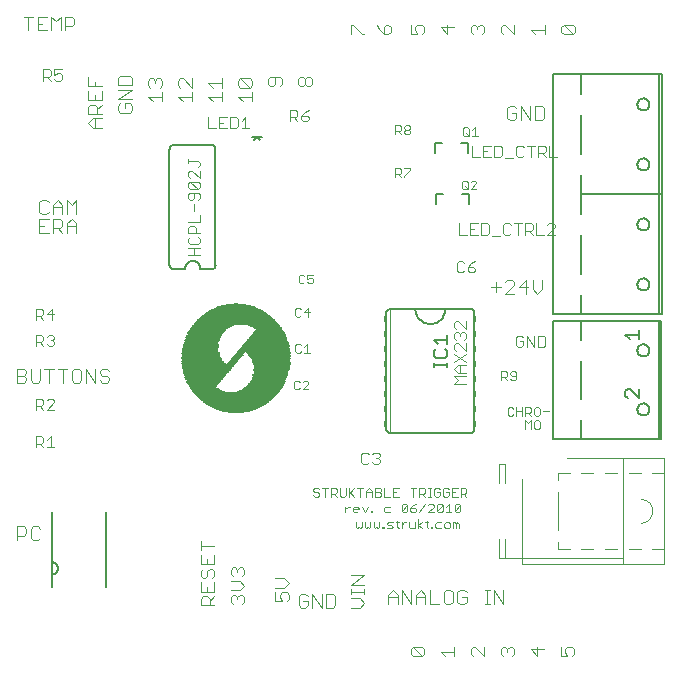
<source format=gto>
G75*
G70*
%OFA0B0*%
%FSLAX24Y24*%
%IPPOS*%
%LPD*%
%AMOC8*
5,1,8,0,0,1.08239X$1,22.5*
%
%ADD10C,0.0040*%
%ADD11C,0.0030*%
%ADD12R,0.0260X0.0008*%
%ADD13R,0.0528X0.0008*%
%ADD14R,0.0685X0.0008*%
%ADD15R,0.0811X0.0008*%
%ADD16R,0.0906X0.0008*%
%ADD17R,0.1000X0.0008*%
%ADD18R,0.1102X0.0008*%
%ADD19R,0.1181X0.0008*%
%ADD20R,0.1252X0.0008*%
%ADD21R,0.1315X0.0008*%
%ADD22R,0.1394X0.0008*%
%ADD23R,0.1441X0.0008*%
%ADD24R,0.1496X0.0008*%
%ADD25R,0.1567X0.0008*%
%ADD26R,0.1630X0.0008*%
%ADD27R,0.1661X0.0008*%
%ADD28R,0.1709X0.0008*%
%ADD29R,0.1756X0.0008*%
%ADD30R,0.1811X0.0008*%
%ADD31R,0.1866X0.0008*%
%ADD32R,0.1890X0.0008*%
%ADD33R,0.1945X0.0008*%
%ADD34R,0.1976X0.0008*%
%ADD35R,0.2024X0.0008*%
%ADD36R,0.2055X0.0008*%
%ADD37R,0.2102X0.0008*%
%ADD38R,0.2126X0.0008*%
%ADD39R,0.2181X0.0008*%
%ADD40R,0.2205X0.0008*%
%ADD41R,0.2228X0.0008*%
%ADD42R,0.2276X0.0008*%
%ADD43R,0.2307X0.0008*%
%ADD44R,0.2339X0.0008*%
%ADD45R,0.2362X0.0008*%
%ADD46R,0.2386X0.0008*%
%ADD47R,0.2433X0.0008*%
%ADD48R,0.2449X0.0008*%
%ADD49R,0.2496X0.0008*%
%ADD50R,0.2520X0.0008*%
%ADD51R,0.2543X0.0008*%
%ADD52R,0.2575X0.0008*%
%ADD53R,0.2598X0.0008*%
%ADD54R,0.2622X0.0008*%
%ADD55R,0.2638X0.0008*%
%ADD56R,0.2669X0.0008*%
%ADD57R,0.2685X0.0008*%
%ADD58R,0.2701X0.0008*%
%ADD59R,0.2732X0.0008*%
%ADD60R,0.2756X0.0008*%
%ADD61R,0.2780X0.0008*%
%ADD62R,0.2811X0.0008*%
%ADD63R,0.2827X0.0008*%
%ADD64R,0.1465X0.0008*%
%ADD65R,0.1047X0.0008*%
%ADD66R,0.1402X0.0008*%
%ADD67R,0.1024X0.0008*%
%ADD68R,0.1378X0.0008*%
%ADD69R,0.0992X0.0008*%
%ADD70R,0.1354X0.0008*%
%ADD71R,0.0969X0.0008*%
%ADD72R,0.1339X0.0008*%
%ADD73R,0.0945X0.0008*%
%ADD74R,0.1307X0.0008*%
%ADD75R,0.1299X0.0008*%
%ADD76R,0.0929X0.0008*%
%ADD77R,0.1291X0.0008*%
%ADD78R,0.1260X0.0008*%
%ADD79R,0.0882X0.0008*%
%ADD80R,0.1244X0.0008*%
%ADD81R,0.1236X0.0008*%
%ADD82R,0.0874X0.0008*%
%ADD83R,0.0866X0.0008*%
%ADD84R,0.1228X0.0008*%
%ADD85R,0.0890X0.0008*%
%ADD86R,0.1205X0.0008*%
%ADD87R,0.0921X0.0008*%
%ADD88R,0.1213X0.0008*%
%ADD89R,0.1197X0.0008*%
%ADD90R,0.0953X0.0008*%
%ADD91R,0.1189X0.0008*%
%ADD92R,0.0984X0.0008*%
%ADD93R,0.1016X0.0008*%
%ADD94R,0.1031X0.0008*%
%ADD95R,0.1173X0.0008*%
%ADD96R,0.1079X0.0008*%
%ADD97R,0.1165X0.0008*%
%ADD98R,0.1087X0.0008*%
%ADD99R,0.1118X0.0008*%
%ADD100R,0.1142X0.0008*%
%ADD101R,0.1150X0.0008*%
%ADD102R,0.1157X0.0008*%
%ADD103R,0.1268X0.0008*%
%ADD104R,0.1283X0.0008*%
%ADD105R,0.1323X0.0008*%
%ADD106R,0.1370X0.0008*%
%ADD107R,0.1417X0.0008*%
%ADD108R,0.1457X0.0008*%
%ADD109R,0.1472X0.0008*%
%ADD110R,0.1512X0.0008*%
%ADD111R,0.1528X0.0008*%
%ADD112R,0.1535X0.0008*%
%ADD113R,0.1559X0.0008*%
%ADD114R,0.1575X0.0008*%
%ADD115R,0.1583X0.0008*%
%ADD116R,0.1598X0.0008*%
%ADD117R,0.1638X0.0008*%
%ADD118R,0.1654X0.0008*%
%ADD119R,0.1669X0.0008*%
%ADD120R,0.1693X0.0008*%
%ADD121R,0.1220X0.0008*%
%ADD122R,0.1724X0.0008*%
%ADD123R,0.1732X0.0008*%
%ADD124R,0.1748X0.0008*%
%ADD125R,0.0268X0.0008*%
%ADD126R,0.0252X0.0008*%
%ADD127R,0.0244X0.0008*%
%ADD128R,0.1425X0.0008*%
%ADD129R,0.1386X0.0008*%
%ADD130R,0.1276X0.0008*%
%ADD131R,0.1362X0.0008*%
%ADD132R,0.1346X0.0008*%
%ADD133R,0.1331X0.0008*%
%ADD134R,0.1409X0.0008*%
%ADD135R,0.1433X0.0008*%
%ADD136R,0.1449X0.0008*%
%ADD137R,0.1717X0.0008*%
%ADD138R,0.1677X0.0008*%
%ADD139R,0.1622X0.0008*%
%ADD140R,0.1614X0.0008*%
%ADD141R,0.1551X0.0008*%
%ADD142R,0.1520X0.0008*%
%ADD143R,0.1480X0.0008*%
%ADD144R,0.1071X0.0008*%
%ADD145R,0.1063X0.0008*%
%ADD146R,0.1055X0.0008*%
%ADD147R,0.1039X0.0008*%
%ADD148R,0.1008X0.0008*%
%ADD149R,0.0961X0.0008*%
%ADD150R,0.0976X0.0008*%
%ADD151R,0.2795X0.0008*%
%ADD152R,0.2677X0.0008*%
%ADD153R,0.2654X0.0008*%
%ADD154R,0.2559X0.0008*%
%ADD155R,0.2528X0.0008*%
%ADD156R,0.2465X0.0008*%
%ADD157R,0.2441X0.0008*%
%ADD158R,0.2417X0.0008*%
%ADD159R,0.2283X0.0008*%
%ADD160R,0.2260X0.0008*%
%ADD161R,0.2150X0.0008*%
%ADD162R,0.2087X0.0008*%
%ADD163R,0.2047X0.0008*%
%ADD164R,0.2008X0.0008*%
%ADD165R,0.1969X0.0008*%
%ADD166R,0.1929X0.0008*%
%ADD167R,0.1835X0.0008*%
%ADD168R,0.1787X0.0008*%
%ADD169R,0.0764X0.0008*%
%ADD170R,0.0638X0.0008*%
%ADD171R,0.0472X0.0008*%
%ADD172R,0.0102X0.0008*%
%ADD173C,0.0060*%
%ADD174C,0.0039*%
%ADD175C,0.0080*%
%ADD176C,0.0020*%
%ADD177R,0.0050X0.0200*%
%ADD178C,0.0050*%
D10*
X008661Y006266D02*
X008661Y006726D01*
X008891Y006726D01*
X008968Y006650D01*
X008968Y006496D01*
X008891Y006419D01*
X008661Y006419D01*
X009121Y006343D02*
X009198Y006266D01*
X009351Y006266D01*
X009428Y006343D01*
X009121Y006343D02*
X009121Y006650D01*
X009198Y006726D01*
X009351Y006726D01*
X009428Y006650D01*
X009351Y011516D02*
X009428Y011593D01*
X009428Y011976D01*
X009582Y011976D02*
X009888Y011976D01*
X009735Y011976D02*
X009735Y011516D01*
X010195Y011516D02*
X010195Y011976D01*
X010042Y011976D02*
X010349Y011976D01*
X010502Y011900D02*
X010502Y011593D01*
X010579Y011516D01*
X010732Y011516D01*
X010809Y011593D01*
X010809Y011900D01*
X010732Y011976D01*
X010579Y011976D01*
X010502Y011900D01*
X010963Y011976D02*
X010963Y011516D01*
X011270Y011516D02*
X011270Y011976D01*
X011423Y011900D02*
X011423Y011823D01*
X011500Y011746D01*
X011653Y011746D01*
X011730Y011669D01*
X011730Y011593D01*
X011653Y011516D01*
X011500Y011516D01*
X011423Y011593D01*
X011270Y011516D02*
X010963Y011976D01*
X011423Y011900D02*
X011500Y011976D01*
X011653Y011976D01*
X011730Y011900D01*
X009351Y011516D02*
X009198Y011516D01*
X009121Y011593D01*
X009121Y011976D01*
X008968Y011900D02*
X008968Y011823D01*
X008891Y011746D01*
X008661Y011746D01*
X008661Y011516D02*
X008891Y011516D01*
X008968Y011593D01*
X008968Y011669D01*
X008891Y011746D01*
X008968Y011900D02*
X008891Y011976D01*
X008661Y011976D01*
X008661Y011516D01*
X009411Y016516D02*
X009718Y016516D01*
X009871Y016516D02*
X009871Y016976D01*
X010101Y016976D01*
X010178Y016900D01*
X010178Y016746D01*
X010101Y016669D01*
X009871Y016669D01*
X010025Y016669D02*
X010178Y016516D01*
X010332Y016516D02*
X010332Y016823D01*
X010485Y016976D01*
X010638Y016823D01*
X010638Y016516D01*
X010638Y016746D02*
X010332Y016746D01*
X010332Y017141D02*
X010332Y017601D01*
X010485Y017448D01*
X010638Y017601D01*
X010638Y017141D01*
X010178Y017141D02*
X010178Y017448D01*
X010025Y017601D01*
X009871Y017448D01*
X009871Y017141D01*
X009718Y017218D02*
X009641Y017141D01*
X009488Y017141D01*
X009411Y017218D01*
X009411Y017525D01*
X009488Y017601D01*
X009641Y017601D01*
X009718Y017525D01*
X009871Y017371D02*
X010178Y017371D01*
X009718Y016976D02*
X009411Y016976D01*
X009411Y016516D01*
X009411Y016746D02*
X009564Y016746D01*
X011189Y020016D02*
X011036Y020169D01*
X011189Y020323D01*
X011496Y020323D01*
X011496Y020476D02*
X011036Y020476D01*
X011036Y020706D01*
X011112Y020783D01*
X011266Y020783D01*
X011342Y020706D01*
X011342Y020476D01*
X011342Y020630D02*
X011496Y020783D01*
X011496Y020937D02*
X011496Y021244D01*
X011496Y021397D02*
X011036Y021397D01*
X011036Y021704D01*
X011266Y021550D02*
X011266Y021397D01*
X011036Y021244D02*
X011036Y020937D01*
X011496Y020937D01*
X011266Y020937D02*
X011266Y021090D01*
X012036Y020976D02*
X012496Y021283D01*
X012036Y021283D01*
X012036Y021437D02*
X012036Y021667D01*
X012112Y021744D01*
X012419Y021744D01*
X012496Y021667D01*
X012496Y021437D01*
X012036Y021437D01*
X012036Y020976D02*
X012496Y020976D01*
X012419Y020823D02*
X012496Y020746D01*
X012496Y020593D01*
X012419Y020516D01*
X012112Y020516D01*
X012036Y020593D01*
X012036Y020746D01*
X012112Y020823D01*
X012266Y020823D02*
X012266Y020669D01*
X012266Y020823D02*
X012419Y020823D01*
X013036Y021044D02*
X013496Y021044D01*
X013496Y020891D02*
X013496Y021198D01*
X013419Y021351D02*
X013496Y021428D01*
X013496Y021581D01*
X013419Y021658D01*
X013342Y021658D01*
X013266Y021581D01*
X013266Y021505D01*
X013266Y021581D02*
X013189Y021658D01*
X013112Y021658D01*
X013036Y021581D01*
X013036Y021428D01*
X013112Y021351D01*
X013036Y021044D02*
X013189Y020891D01*
X014036Y021044D02*
X014189Y020891D01*
X014036Y021044D02*
X014496Y021044D01*
X014496Y020891D02*
X014496Y021198D01*
X014496Y021351D02*
X014189Y021658D01*
X014112Y021658D01*
X014036Y021581D01*
X014036Y021428D01*
X014112Y021351D01*
X014496Y021351D02*
X014496Y021658D01*
X015036Y021505D02*
X015496Y021505D01*
X015496Y021658D02*
X015496Y021351D01*
X015496Y021198D02*
X015496Y020891D01*
X015496Y021044D02*
X015036Y021044D01*
X015189Y020891D01*
X015189Y021351D02*
X015036Y021505D01*
X016036Y021428D02*
X016036Y021581D01*
X016112Y021658D01*
X016419Y021351D01*
X016496Y021428D01*
X016496Y021581D01*
X016419Y021658D01*
X016112Y021658D01*
X016036Y021428D02*
X016112Y021351D01*
X016419Y021351D01*
X016496Y021198D02*
X016496Y020891D01*
X016496Y021044D02*
X016036Y021044D01*
X016189Y020891D01*
X017036Y021468D02*
X017036Y021621D01*
X017112Y021698D01*
X017419Y021698D01*
X017496Y021621D01*
X017496Y021468D01*
X017419Y021391D01*
X017266Y021468D02*
X017266Y021698D01*
X017266Y021468D02*
X017189Y021391D01*
X017112Y021391D01*
X017036Y021468D01*
X018036Y021468D02*
X018036Y021621D01*
X018112Y021698D01*
X018189Y021698D01*
X018266Y021621D01*
X018266Y021468D01*
X018189Y021391D01*
X018112Y021391D01*
X018036Y021468D01*
X018266Y021468D02*
X018342Y021391D01*
X018419Y021391D01*
X018496Y021468D01*
X018496Y021621D01*
X018419Y021698D01*
X018342Y021698D01*
X018266Y021621D01*
X019786Y023141D02*
X019786Y023448D01*
X019862Y023448D01*
X020169Y023141D01*
X020246Y023141D01*
X020737Y023294D02*
X020661Y023448D01*
X020737Y023294D02*
X020891Y023141D01*
X020891Y023371D01*
X020967Y023448D01*
X021044Y023448D01*
X021121Y023371D01*
X021121Y023218D01*
X021044Y023141D01*
X020891Y023141D01*
X021786Y023141D02*
X022016Y023141D01*
X021939Y023294D01*
X021939Y023371D01*
X022016Y023448D01*
X022169Y023448D01*
X022246Y023371D01*
X022246Y023218D01*
X022169Y023141D01*
X021786Y023141D02*
X021786Y023448D01*
X022786Y023371D02*
X023016Y023141D01*
X023016Y023448D01*
X023246Y023371D02*
X022786Y023371D01*
X023786Y023371D02*
X023862Y023448D01*
X023939Y023448D01*
X024016Y023371D01*
X024092Y023448D01*
X024169Y023448D01*
X024246Y023371D01*
X024246Y023218D01*
X024169Y023141D01*
X024016Y023294D02*
X024016Y023371D01*
X023786Y023371D02*
X023786Y023218D01*
X023862Y023141D01*
X024786Y023218D02*
X024862Y023141D01*
X024786Y023218D02*
X024786Y023371D01*
X024862Y023448D01*
X024939Y023448D01*
X025246Y023141D01*
X025246Y023448D01*
X025795Y023277D02*
X026256Y023277D01*
X026256Y023430D02*
X026256Y023123D01*
X025949Y023123D02*
X025795Y023277D01*
X026813Y023206D02*
X026890Y023129D01*
X027197Y023129D01*
X026890Y023436D01*
X027197Y023436D01*
X027273Y023359D01*
X027273Y023206D01*
X027197Y023129D01*
X026813Y023206D02*
X026813Y023359D01*
X026890Y023436D01*
X026158Y020734D02*
X025928Y020734D01*
X025928Y020274D01*
X026158Y020274D01*
X026235Y020351D01*
X026235Y020657D01*
X026158Y020734D01*
X025774Y020734D02*
X025774Y020274D01*
X025467Y020734D01*
X025467Y020274D01*
X025314Y020351D02*
X025314Y020504D01*
X025161Y020504D01*
X025314Y020657D02*
X025237Y020734D01*
X025084Y020734D01*
X025007Y020657D01*
X025007Y020351D01*
X025084Y020274D01*
X025237Y020274D01*
X025314Y020351D01*
X025168Y014933D02*
X025015Y014933D01*
X024938Y014856D01*
X024785Y014703D02*
X024478Y014703D01*
X024631Y014856D02*
X024631Y014549D01*
X024938Y014473D02*
X025245Y014780D01*
X025245Y014856D01*
X025168Y014933D01*
X025399Y014703D02*
X025705Y014703D01*
X025859Y014626D02*
X026012Y014473D01*
X026166Y014626D01*
X026166Y014933D01*
X025859Y014933D02*
X025859Y014626D01*
X025629Y014473D02*
X025629Y014933D01*
X025399Y014703D01*
X025245Y014473D02*
X024938Y014473D01*
X015246Y006084D02*
X014786Y006084D01*
X014786Y006237D02*
X014786Y005930D01*
X014786Y005777D02*
X014786Y005470D01*
X015246Y005470D01*
X015246Y005777D01*
X015016Y005624D02*
X015016Y005470D01*
X015092Y005317D02*
X015169Y005317D01*
X015246Y005240D01*
X015246Y005086D01*
X015169Y005010D01*
X015016Y005086D02*
X015016Y005240D01*
X015092Y005317D01*
X014862Y005317D02*
X014786Y005240D01*
X014786Y005086D01*
X014862Y005010D01*
X014939Y005010D01*
X015016Y005086D01*
X015246Y004856D02*
X015246Y004549D01*
X014786Y004549D01*
X014786Y004856D01*
X015016Y004703D02*
X015016Y004549D01*
X015016Y004396D02*
X014862Y004396D01*
X014786Y004319D01*
X014786Y004089D01*
X015246Y004089D01*
X015092Y004089D02*
X015092Y004319D01*
X015016Y004396D01*
X015092Y004242D02*
X015246Y004396D01*
X015786Y004365D02*
X015862Y004442D01*
X015939Y004442D01*
X016016Y004365D01*
X016092Y004442D01*
X016169Y004442D01*
X016246Y004365D01*
X016246Y004211D01*
X016169Y004135D01*
X016016Y004288D02*
X016016Y004365D01*
X015786Y004365D02*
X015786Y004211D01*
X015862Y004135D01*
X015786Y004595D02*
X016092Y004595D01*
X016246Y004749D01*
X016092Y004902D01*
X015786Y004902D01*
X015862Y005056D02*
X015786Y005132D01*
X015786Y005286D01*
X015862Y005362D01*
X015939Y005362D01*
X016016Y005286D01*
X016092Y005362D01*
X016169Y005362D01*
X016246Y005286D01*
X016246Y005132D01*
X016169Y005056D01*
X016016Y005209D02*
X016016Y005286D01*
X017268Y004987D02*
X017575Y004987D01*
X017728Y004834D01*
X017575Y004681D01*
X017268Y004681D01*
X017268Y004527D02*
X017268Y004220D01*
X017498Y004220D01*
X017421Y004374D01*
X017421Y004450D01*
X017498Y004527D01*
X017651Y004527D01*
X017728Y004450D01*
X017728Y004297D01*
X017651Y004220D01*
X018052Y004093D02*
X018129Y004016D01*
X018283Y004016D01*
X018359Y004093D01*
X018359Y004246D01*
X018206Y004246D01*
X018359Y004400D02*
X018283Y004476D01*
X018129Y004476D01*
X018052Y004400D01*
X018052Y004093D01*
X018513Y004016D02*
X018513Y004476D01*
X018820Y004016D01*
X018820Y004476D01*
X018973Y004476D02*
X019203Y004476D01*
X019280Y004400D01*
X019280Y004093D01*
X019203Y004016D01*
X018973Y004016D01*
X018973Y004476D01*
X019786Y004476D02*
X019786Y004630D01*
X019786Y004553D02*
X020246Y004553D01*
X020246Y004476D02*
X020246Y004630D01*
X020246Y004783D02*
X019786Y004783D01*
X020246Y005090D01*
X019786Y005090D01*
X019786Y004323D02*
X020092Y004323D01*
X020246Y004169D01*
X020092Y004016D01*
X019786Y004016D01*
X021046Y004141D02*
X021046Y004448D01*
X021199Y004601D01*
X021353Y004448D01*
X021353Y004141D01*
X021506Y004141D02*
X021506Y004601D01*
X021813Y004141D01*
X021813Y004601D01*
X021967Y004448D02*
X021967Y004141D01*
X021967Y004371D02*
X022273Y004371D01*
X022273Y004448D02*
X022273Y004141D01*
X022427Y004141D02*
X022734Y004141D01*
X022887Y004218D02*
X022887Y004525D01*
X022964Y004601D01*
X023117Y004601D01*
X023194Y004525D01*
X023194Y004218D01*
X023117Y004141D01*
X022964Y004141D01*
X022887Y004218D01*
X023348Y004218D02*
X023348Y004525D01*
X023424Y004601D01*
X023578Y004601D01*
X023654Y004525D01*
X023654Y004371D02*
X023501Y004371D01*
X023654Y004371D02*
X023654Y004218D01*
X023578Y004141D01*
X023424Y004141D01*
X023348Y004218D01*
X024268Y004141D02*
X024422Y004141D01*
X024345Y004141D02*
X024345Y004601D01*
X024268Y004601D02*
X024422Y004601D01*
X024575Y004601D02*
X024882Y004141D01*
X024882Y004601D01*
X024575Y004601D02*
X024575Y004141D01*
X024862Y002698D02*
X024939Y002698D01*
X025016Y002621D01*
X025092Y002698D01*
X025169Y002698D01*
X025246Y002621D01*
X025246Y002468D01*
X025169Y002391D01*
X025016Y002544D02*
X025016Y002621D01*
X024862Y002698D02*
X024786Y002621D01*
X024786Y002468D01*
X024862Y002391D01*
X024246Y002391D02*
X023939Y002698D01*
X023862Y002698D01*
X023786Y002621D01*
X023786Y002468D01*
X023862Y002391D01*
X024246Y002391D02*
X024246Y002698D01*
X023246Y002698D02*
X023246Y002391D01*
X023246Y002544D02*
X022786Y002544D01*
X022939Y002391D01*
X022246Y002468D02*
X022169Y002391D01*
X021862Y002698D01*
X022169Y002698D01*
X022246Y002621D01*
X022246Y002468D01*
X022169Y002391D02*
X021862Y002391D01*
X021786Y002468D01*
X021786Y002621D01*
X021862Y002698D01*
X022427Y004141D02*
X022427Y004601D01*
X022273Y004448D02*
X022120Y004601D01*
X021967Y004448D01*
X021353Y004371D02*
X021046Y004371D01*
X025786Y002621D02*
X026016Y002391D01*
X026016Y002698D01*
X026246Y002621D02*
X025786Y002621D01*
X026786Y002698D02*
X026786Y002391D01*
X027016Y002391D01*
X026939Y002544D01*
X026939Y002621D01*
X027016Y002698D01*
X027169Y002698D01*
X027246Y002621D01*
X027246Y002468D01*
X027169Y002391D01*
X011496Y020016D02*
X011189Y020016D01*
X011266Y020016D02*
X011266Y020323D01*
X010276Y023255D02*
X010276Y023715D01*
X010506Y023715D01*
X010583Y023639D01*
X010583Y023485D01*
X010506Y023409D01*
X010276Y023409D01*
X010123Y023255D02*
X010123Y023715D01*
X009969Y023562D01*
X009816Y023715D01*
X009816Y023255D01*
X009662Y023255D02*
X009355Y023255D01*
X009355Y023715D01*
X009662Y023715D01*
X009509Y023485D02*
X009355Y023485D01*
X009202Y023715D02*
X008895Y023715D01*
X009049Y023715D02*
X009049Y023255D01*
D11*
X009549Y021954D02*
X009734Y021954D01*
X009795Y021892D01*
X009795Y021769D01*
X009734Y021707D01*
X009549Y021707D01*
X009672Y021707D02*
X009795Y021584D01*
X009917Y021645D02*
X009979Y021584D01*
X010102Y021584D01*
X010164Y021645D01*
X010164Y021769D01*
X010102Y021831D01*
X010040Y021831D01*
X009917Y021769D01*
X009917Y021954D01*
X010164Y021954D01*
X009549Y021954D02*
X009549Y021584D01*
X014381Y018954D02*
X014381Y018831D01*
X014381Y018893D02*
X014689Y018893D01*
X014751Y018831D01*
X014751Y018769D01*
X014689Y018707D01*
X014751Y018586D02*
X014751Y018339D01*
X014504Y018586D01*
X014442Y018586D01*
X014381Y018524D01*
X014381Y018401D01*
X014442Y018339D01*
X014442Y018218D02*
X014689Y017971D01*
X014751Y018032D01*
X014751Y018156D01*
X014689Y018218D01*
X014442Y018218D01*
X014381Y018156D01*
X014381Y018032D01*
X014442Y017971D01*
X014689Y017971D01*
X014689Y017849D02*
X014442Y017849D01*
X014381Y017788D01*
X014381Y017664D01*
X014442Y017602D01*
X014504Y017602D01*
X014566Y017664D01*
X014566Y017849D01*
X014689Y017849D02*
X014751Y017788D01*
X014751Y017664D01*
X014689Y017602D01*
X014566Y017481D02*
X014566Y017234D01*
X014751Y017113D02*
X014751Y016866D01*
X014381Y016866D01*
X014442Y016744D02*
X014566Y016744D01*
X014627Y016683D01*
X014627Y016498D01*
X014751Y016498D02*
X014381Y016498D01*
X014381Y016683D01*
X014442Y016744D01*
X014442Y016376D02*
X014381Y016314D01*
X014381Y016191D01*
X014442Y016129D01*
X014689Y016129D01*
X014751Y016191D01*
X014751Y016314D01*
X014689Y016376D01*
X014751Y016008D02*
X014381Y016008D01*
X014566Y016008D02*
X014566Y015761D01*
X014751Y015761D02*
X014381Y015761D01*
X018055Y015064D02*
X018055Y014870D01*
X018104Y014822D01*
X018201Y014822D01*
X018249Y014870D01*
X018350Y014870D02*
X018398Y014822D01*
X018495Y014822D01*
X018544Y014870D01*
X018544Y014967D01*
X018495Y015015D01*
X018447Y015015D01*
X018350Y014967D01*
X018350Y015112D01*
X018544Y015112D01*
X018249Y015064D02*
X018201Y015112D01*
X018104Y015112D01*
X018055Y015064D01*
X018083Y014009D02*
X017986Y014009D01*
X017938Y013960D01*
X017938Y013767D01*
X017986Y013719D01*
X018083Y013719D01*
X018131Y013767D01*
X018232Y013864D02*
X018426Y013864D01*
X018377Y014009D02*
X018232Y013864D01*
X018131Y013960D02*
X018083Y014009D01*
X018377Y014009D02*
X018377Y013719D01*
X018342Y012808D02*
X018342Y012518D01*
X018245Y012518D02*
X018439Y012518D01*
X018245Y012711D02*
X018342Y012808D01*
X018144Y012760D02*
X018096Y012808D01*
X017999Y012808D01*
X017950Y012760D01*
X017950Y012566D01*
X017999Y012518D01*
X018096Y012518D01*
X018144Y012566D01*
X018234Y011578D02*
X018186Y011529D01*
X018234Y011578D02*
X018331Y011578D01*
X018379Y011529D01*
X018379Y011481D01*
X018186Y011287D01*
X018379Y011287D01*
X018085Y011336D02*
X018036Y011287D01*
X017940Y011287D01*
X017891Y011336D01*
X017891Y011529D01*
X017940Y011578D01*
X018036Y011578D01*
X018085Y011529D01*
X020202Y009183D02*
X020140Y009122D01*
X020140Y008875D01*
X020202Y008813D01*
X020325Y008813D01*
X020387Y008875D01*
X020508Y008875D02*
X020570Y008813D01*
X020694Y008813D01*
X020755Y008875D01*
X020755Y008937D01*
X020694Y008998D01*
X020632Y008998D01*
X020694Y008998D02*
X020755Y009060D01*
X020755Y009122D01*
X020694Y009183D01*
X020570Y009183D01*
X020508Y009122D01*
X020387Y009122D02*
X020325Y009183D01*
X020202Y009183D01*
X020210Y008006D02*
X020017Y008006D01*
X020114Y008006D02*
X020114Y007716D01*
X020312Y007716D02*
X020312Y007909D01*
X020408Y008006D01*
X020505Y007909D01*
X020505Y007716D01*
X020606Y007716D02*
X020751Y007716D01*
X020800Y007764D01*
X020800Y007812D01*
X020751Y007861D01*
X020606Y007861D01*
X020505Y007861D02*
X020312Y007861D01*
X020606Y007716D02*
X020606Y008006D01*
X020751Y008006D01*
X020800Y007958D01*
X020800Y007909D01*
X020751Y007861D01*
X020901Y008006D02*
X020901Y007716D01*
X021094Y007716D01*
X021195Y007716D02*
X021389Y007716D01*
X021292Y007861D02*
X021195Y007861D01*
X021195Y008006D02*
X021195Y007716D01*
X021088Y007385D02*
X020943Y007385D01*
X020894Y007336D01*
X020894Y007239D01*
X020943Y007191D01*
X021088Y007191D01*
X021336Y006911D02*
X021336Y006718D01*
X021385Y006669D01*
X021484Y006669D02*
X021484Y006863D01*
X021484Y006766D02*
X021581Y006863D01*
X021629Y006863D01*
X021730Y006863D02*
X021730Y006718D01*
X021778Y006669D01*
X021923Y006669D01*
X021923Y006863D01*
X022024Y006960D02*
X022024Y006669D01*
X022024Y006766D02*
X022170Y006863D01*
X022270Y006863D02*
X022367Y006863D01*
X022318Y006911D02*
X022318Y006718D01*
X022367Y006669D01*
X022466Y006669D02*
X022515Y006669D01*
X022515Y006718D01*
X022466Y006718D01*
X022466Y006669D01*
X022614Y006718D02*
X022662Y006669D01*
X022807Y006669D01*
X022908Y006718D02*
X022957Y006669D01*
X023053Y006669D01*
X023102Y006718D01*
X023102Y006815D01*
X023053Y006863D01*
X022957Y006863D01*
X022908Y006815D01*
X022908Y006718D01*
X022807Y006863D02*
X022662Y006863D01*
X022614Y006815D01*
X022614Y006718D01*
X022170Y006669D02*
X022024Y006766D01*
X022073Y007191D02*
X022266Y007481D01*
X022367Y007433D02*
X022416Y007481D01*
X022513Y007481D01*
X022561Y007433D01*
X022561Y007385D01*
X022367Y007191D01*
X022561Y007191D01*
X022662Y007239D02*
X022856Y007433D01*
X022856Y007239D01*
X022807Y007191D01*
X022710Y007191D01*
X022662Y007239D01*
X022662Y007433D01*
X022710Y007481D01*
X022807Y007481D01*
X022856Y007433D01*
X022957Y007385D02*
X023054Y007481D01*
X023054Y007191D01*
X023150Y007191D02*
X022957Y007191D01*
X023251Y007239D02*
X023445Y007433D01*
X023445Y007239D01*
X023397Y007191D01*
X023300Y007191D01*
X023251Y007239D01*
X023251Y007433D01*
X023300Y007481D01*
X023397Y007481D01*
X023445Y007433D01*
X023454Y007716D02*
X023454Y008006D01*
X023600Y008006D01*
X023648Y007958D01*
X023648Y007861D01*
X023600Y007812D01*
X023454Y007812D01*
X023551Y007812D02*
X023648Y007716D01*
X023353Y007716D02*
X023160Y007716D01*
X023160Y008006D01*
X023353Y008006D01*
X023256Y007861D02*
X023160Y007861D01*
X023059Y007861D02*
X022962Y007861D01*
X023059Y007861D02*
X023059Y007764D01*
X023010Y007716D01*
X022913Y007716D01*
X022865Y007764D01*
X022865Y007958D01*
X022913Y008006D01*
X023010Y008006D01*
X023059Y007958D01*
X022764Y007958D02*
X022716Y008006D01*
X022619Y008006D01*
X022570Y007958D01*
X022570Y007764D01*
X022619Y007716D01*
X022716Y007716D01*
X022764Y007764D01*
X022764Y007861D01*
X022667Y007861D01*
X022471Y008006D02*
X022374Y008006D01*
X022422Y008006D02*
X022422Y007716D01*
X022374Y007716D02*
X022471Y007716D01*
X022273Y007716D02*
X022176Y007812D01*
X022225Y007812D02*
X022079Y007812D01*
X022079Y007716D02*
X022079Y008006D01*
X022225Y008006D01*
X022273Y007958D01*
X022273Y007861D01*
X022225Y007812D01*
X021978Y008006D02*
X021785Y008006D01*
X021881Y008006D02*
X021881Y007716D01*
X021972Y007481D02*
X021875Y007433D01*
X021778Y007336D01*
X021923Y007336D01*
X021972Y007288D01*
X021972Y007239D01*
X021923Y007191D01*
X021827Y007191D01*
X021778Y007239D01*
X021778Y007336D01*
X021677Y007239D02*
X021629Y007191D01*
X021532Y007191D01*
X021484Y007239D01*
X021677Y007433D01*
X021677Y007239D01*
X021484Y007239D02*
X021484Y007433D01*
X021532Y007481D01*
X021629Y007481D01*
X021677Y007433D01*
X021385Y006863D02*
X021288Y006863D01*
X021187Y006863D02*
X021042Y006863D01*
X020993Y006815D01*
X021042Y006766D01*
X021138Y006766D01*
X021187Y006718D01*
X021138Y006669D01*
X020993Y006669D01*
X020894Y006669D02*
X020846Y006669D01*
X020846Y006718D01*
X020894Y006718D01*
X020894Y006669D01*
X020745Y006718D02*
X020745Y006863D01*
X020745Y006718D02*
X020696Y006669D01*
X020648Y006718D01*
X020600Y006669D01*
X020551Y006718D01*
X020551Y006863D01*
X020450Y006863D02*
X020450Y006718D01*
X020402Y006669D01*
X020353Y006718D01*
X020305Y006669D01*
X020257Y006718D01*
X020257Y006863D01*
X020155Y006863D02*
X020155Y006718D01*
X020107Y006669D01*
X020059Y006718D01*
X020010Y006669D01*
X019962Y006718D01*
X019962Y006863D01*
X020008Y007191D02*
X019911Y007191D01*
X019863Y007239D01*
X019863Y007336D01*
X019911Y007385D01*
X020008Y007385D01*
X020056Y007336D01*
X020056Y007288D01*
X019863Y007288D01*
X019763Y007385D02*
X019714Y007385D01*
X019617Y007288D01*
X019617Y007191D02*
X019617Y007385D01*
X019573Y007716D02*
X019621Y007764D01*
X019621Y008006D01*
X019722Y008006D02*
X019722Y007716D01*
X019722Y007812D02*
X019916Y008006D01*
X019771Y007861D02*
X019916Y007716D01*
X019573Y007716D02*
X019476Y007716D01*
X019428Y007764D01*
X019428Y008006D01*
X019326Y007958D02*
X019278Y008006D01*
X019133Y008006D01*
X019133Y007716D01*
X019133Y007812D02*
X019278Y007812D01*
X019326Y007861D01*
X019326Y007958D01*
X019230Y007812D02*
X019326Y007716D01*
X018935Y007716D02*
X018935Y008006D01*
X018838Y008006D02*
X019032Y008006D01*
X018737Y007958D02*
X018689Y008006D01*
X018592Y008006D01*
X018544Y007958D01*
X018544Y007909D01*
X018592Y007861D01*
X018689Y007861D01*
X018737Y007812D01*
X018737Y007764D01*
X018689Y007716D01*
X018592Y007716D01*
X018544Y007764D01*
X020158Y007385D02*
X020254Y007191D01*
X020351Y007385D01*
X020452Y007239D02*
X020501Y007239D01*
X020501Y007191D01*
X020452Y007191D01*
X020452Y007239D01*
X021195Y008006D02*
X021389Y008006D01*
X023203Y006863D02*
X023251Y006863D01*
X023300Y006815D01*
X023348Y006863D01*
X023396Y006815D01*
X023396Y006669D01*
X023300Y006669D02*
X023300Y006815D01*
X023203Y006863D02*
X023203Y006669D01*
X025609Y009969D02*
X025609Y010259D01*
X025705Y010162D01*
X025802Y010259D01*
X025802Y009969D01*
X025903Y010017D02*
X025952Y009969D01*
X026048Y009969D01*
X026097Y010017D01*
X026097Y010210D01*
X026048Y010259D01*
X025952Y010259D01*
X025903Y010210D01*
X025903Y010017D01*
X025951Y010409D02*
X026047Y010409D01*
X026096Y010458D01*
X026096Y010651D01*
X026047Y010700D01*
X025951Y010700D01*
X025902Y010651D01*
X025902Y010458D01*
X025951Y010409D01*
X025801Y010409D02*
X025704Y010506D01*
X025753Y010506D02*
X025608Y010506D01*
X025608Y010409D02*
X025608Y010700D01*
X025753Y010700D01*
X025801Y010651D01*
X025801Y010555D01*
X025753Y010506D01*
X025506Y010555D02*
X025313Y010555D01*
X025212Y010651D02*
X025163Y010700D01*
X025067Y010700D01*
X025018Y010651D01*
X025018Y010458D01*
X025067Y010409D01*
X025163Y010409D01*
X025212Y010458D01*
X025313Y010409D02*
X025313Y010700D01*
X025506Y010700D02*
X025506Y010409D01*
X026197Y010555D02*
X026390Y010555D01*
X025305Y011648D02*
X025305Y011841D01*
X025256Y011890D01*
X025160Y011890D01*
X025111Y011841D01*
X025111Y011793D01*
X025160Y011745D01*
X025305Y011745D01*
X025305Y011648D02*
X025256Y011599D01*
X025160Y011599D01*
X025111Y011648D01*
X025010Y011599D02*
X024913Y011696D01*
X024962Y011696D02*
X024817Y011696D01*
X024817Y011599D02*
X024817Y011890D01*
X024962Y011890D01*
X025010Y011841D01*
X025010Y011745D01*
X024962Y011696D01*
X025360Y012711D02*
X025483Y012711D01*
X025545Y012773D01*
X025545Y012896D01*
X025421Y012896D01*
X025298Y012773D02*
X025360Y012711D01*
X025298Y012773D02*
X025298Y013020D01*
X025360Y013082D01*
X025483Y013082D01*
X025545Y013020D01*
X025666Y013082D02*
X025913Y012711D01*
X025913Y013082D01*
X026035Y013082D02*
X026220Y013082D01*
X026281Y013020D01*
X026281Y012773D01*
X026220Y012711D01*
X026035Y012711D01*
X026035Y013082D01*
X025666Y013082D02*
X025666Y012711D01*
X023620Y012826D02*
X023620Y012579D01*
X023373Y012826D01*
X023311Y012826D01*
X023250Y012765D01*
X023250Y012641D01*
X023311Y012579D01*
X023250Y012458D02*
X023620Y012211D01*
X023620Y012090D02*
X023373Y012090D01*
X023250Y011966D01*
X023373Y011843D01*
X023620Y011843D01*
X023620Y011721D02*
X023250Y011721D01*
X023373Y011598D01*
X023250Y011475D01*
X023620Y011475D01*
X023435Y011843D02*
X023435Y012090D01*
X023250Y012211D02*
X023620Y012458D01*
X023558Y012948D02*
X023620Y013009D01*
X023620Y013133D01*
X023558Y013195D01*
X023497Y013195D01*
X023435Y013133D01*
X023435Y013071D01*
X023435Y013133D02*
X023373Y013195D01*
X023311Y013195D01*
X023250Y013133D01*
X023250Y013009D01*
X023311Y012948D01*
X023311Y013316D02*
X023250Y013378D01*
X023250Y013501D01*
X023311Y013563D01*
X023373Y013563D01*
X023620Y013316D01*
X023620Y013563D01*
X023510Y015191D02*
X023386Y015191D01*
X023325Y015252D01*
X023325Y015499D01*
X023386Y015561D01*
X023510Y015561D01*
X023572Y015499D01*
X023693Y015376D02*
X023878Y015376D01*
X023940Y015314D01*
X023940Y015252D01*
X023878Y015191D01*
X023755Y015191D01*
X023693Y015252D01*
X023693Y015376D01*
X023816Y015499D01*
X023940Y015561D01*
X023572Y015252D02*
X023510Y015191D01*
X023404Y016450D02*
X023651Y016450D01*
X023772Y016450D02*
X023772Y016820D01*
X024019Y016820D01*
X024141Y016820D02*
X024326Y016820D01*
X024387Y016759D01*
X024387Y016512D01*
X024326Y016450D01*
X024141Y016450D01*
X024141Y016820D01*
X023896Y016635D02*
X023772Y016635D01*
X023772Y016450D02*
X024019Y016450D01*
X024509Y016388D02*
X024756Y016388D01*
X024877Y016512D02*
X024939Y016450D01*
X025062Y016450D01*
X025124Y016512D01*
X025124Y016759D02*
X025062Y016820D01*
X024939Y016820D01*
X024877Y016759D01*
X024877Y016512D01*
X025245Y016820D02*
X025492Y016820D01*
X025614Y016820D02*
X025614Y016450D01*
X025614Y016573D02*
X025799Y016573D01*
X025861Y016635D01*
X025861Y016759D01*
X025799Y016820D01*
X025614Y016820D01*
X025369Y016820D02*
X025369Y016450D01*
X025737Y016573D02*
X025861Y016450D01*
X025982Y016450D02*
X026229Y016450D01*
X026350Y016450D02*
X026597Y016697D01*
X026597Y016759D01*
X026536Y016820D01*
X026412Y016820D01*
X026350Y016759D01*
X026350Y016450D02*
X026597Y016450D01*
X025982Y016450D02*
X025982Y016820D01*
X023980Y017962D02*
X023787Y017962D01*
X023980Y018155D01*
X023980Y018204D01*
X023932Y018252D01*
X023835Y018252D01*
X023787Y018204D01*
X023686Y018204D02*
X023637Y018252D01*
X023541Y018252D01*
X023492Y018204D01*
X023492Y018010D01*
X023541Y017962D01*
X023637Y017962D01*
X023686Y018010D01*
X023686Y018204D01*
X023589Y018059D02*
X023686Y017962D01*
X023837Y019048D02*
X024084Y019048D01*
X024205Y019048D02*
X024452Y019048D01*
X024574Y019048D02*
X024759Y019048D01*
X024820Y019110D01*
X024820Y019357D01*
X024759Y019419D01*
X024574Y019419D01*
X024574Y019048D01*
X024329Y019234D02*
X024205Y019234D01*
X024205Y019419D02*
X024205Y019048D01*
X023837Y019048D02*
X023837Y019419D01*
X023826Y019732D02*
X024020Y019732D01*
X023923Y019732D02*
X023923Y020023D01*
X023826Y019926D01*
X023725Y019974D02*
X023725Y019781D01*
X023677Y019732D01*
X023580Y019732D01*
X023532Y019781D01*
X023532Y019974D01*
X023580Y020023D01*
X023677Y020023D01*
X023725Y019974D01*
X023629Y019829D02*
X023725Y019732D01*
X024205Y019419D02*
X024452Y019419D01*
X024942Y018987D02*
X025189Y018987D01*
X025310Y019110D02*
X025372Y019048D01*
X025495Y019048D01*
X025557Y019110D01*
X025310Y019110D02*
X025310Y019357D01*
X025372Y019419D01*
X025495Y019419D01*
X025557Y019357D01*
X025679Y019419D02*
X025925Y019419D01*
X026047Y019419D02*
X026232Y019419D01*
X026294Y019357D01*
X026294Y019234D01*
X026232Y019172D01*
X026047Y019172D01*
X026170Y019172D02*
X026294Y019048D01*
X026415Y019048D02*
X026662Y019048D01*
X026415Y019048D02*
X026415Y019419D01*
X026047Y019419D02*
X026047Y019048D01*
X025802Y019048D02*
X025802Y019419D01*
X023404Y016820D02*
X023404Y016450D01*
X021568Y018371D02*
X021568Y018419D01*
X021761Y018613D01*
X021761Y018661D01*
X021568Y018661D01*
X021467Y018613D02*
X021467Y018516D01*
X021418Y018468D01*
X021273Y018468D01*
X021273Y018371D02*
X021273Y018661D01*
X021418Y018661D01*
X021467Y018613D01*
X021370Y018468D02*
X021467Y018371D01*
X021477Y019798D02*
X021380Y019895D01*
X021428Y019895D02*
X021283Y019895D01*
X021283Y019798D02*
X021283Y020088D01*
X021428Y020088D01*
X021477Y020040D01*
X021477Y019943D01*
X021428Y019895D01*
X021578Y019895D02*
X021578Y019847D01*
X021626Y019798D01*
X021723Y019798D01*
X021771Y019847D01*
X021771Y019895D01*
X021723Y019943D01*
X021626Y019943D01*
X021578Y019992D01*
X021578Y020040D01*
X021626Y020088D01*
X021723Y020088D01*
X021771Y020040D01*
X021771Y019992D01*
X021723Y019943D01*
X021626Y019943D02*
X021578Y019895D01*
X018385Y020294D02*
X018385Y020356D01*
X018324Y020418D01*
X018138Y020418D01*
X018138Y020294D01*
X018200Y020232D01*
X018324Y020232D01*
X018385Y020294D01*
X018262Y020541D02*
X018138Y020418D01*
X018017Y020418D02*
X017955Y020356D01*
X017770Y020356D01*
X017893Y020356D02*
X018017Y020232D01*
X018017Y020418D02*
X018017Y020541D01*
X017955Y020603D01*
X017770Y020603D01*
X017770Y020232D01*
X018262Y020541D02*
X018385Y020603D01*
X016398Y019992D02*
X016151Y019992D01*
X016275Y019992D02*
X016275Y020363D01*
X016151Y020239D01*
X016030Y020301D02*
X016030Y020054D01*
X015968Y019992D01*
X015783Y019992D01*
X015783Y020363D01*
X015968Y020363D01*
X016030Y020301D01*
X015662Y020363D02*
X015415Y020363D01*
X015415Y019992D01*
X015662Y019992D01*
X015538Y020178D02*
X015415Y020178D01*
X015293Y019992D02*
X015046Y019992D01*
X015046Y020363D01*
X009848Y013981D02*
X009663Y013796D01*
X009909Y013796D01*
X009848Y013611D02*
X009848Y013981D01*
X009541Y013920D02*
X009541Y013796D01*
X009479Y013734D01*
X009294Y013734D01*
X009294Y013611D02*
X009294Y013981D01*
X009479Y013981D01*
X009541Y013920D01*
X009418Y013734D02*
X009541Y013611D01*
X009479Y013106D02*
X009294Y013106D01*
X009294Y012736D01*
X009294Y012859D02*
X009479Y012859D01*
X009541Y012921D01*
X009541Y013045D01*
X009479Y013106D01*
X009663Y013045D02*
X009724Y013106D01*
X009848Y013106D01*
X009909Y013045D01*
X009909Y012983D01*
X009848Y012921D01*
X009909Y012859D01*
X009909Y012798D01*
X009848Y012736D01*
X009724Y012736D01*
X009663Y012798D01*
X009541Y012736D02*
X009418Y012859D01*
X009786Y012921D02*
X009848Y012921D01*
X009848Y010981D02*
X009724Y010981D01*
X009663Y010920D01*
X009541Y010920D02*
X009541Y010796D01*
X009479Y010734D01*
X009294Y010734D01*
X009294Y010611D02*
X009294Y010981D01*
X009479Y010981D01*
X009541Y010920D01*
X009418Y010734D02*
X009541Y010611D01*
X009663Y010611D02*
X009909Y010858D01*
X009909Y010920D01*
X009848Y010981D01*
X009909Y010611D02*
X009663Y010611D01*
X009786Y009731D02*
X009786Y009361D01*
X009663Y009361D02*
X009909Y009361D01*
X009663Y009608D02*
X009786Y009731D01*
X009541Y009670D02*
X009541Y009546D01*
X009479Y009484D01*
X009294Y009484D01*
X009294Y009361D02*
X009294Y009731D01*
X009479Y009731D01*
X009541Y009670D01*
X009418Y009484D02*
X009541Y009361D01*
D12*
X015965Y010493D03*
X015965Y010501D03*
X015847Y012162D03*
X015847Y012170D03*
X015862Y012178D03*
X015902Y012225D03*
X015902Y012233D03*
X015925Y012257D03*
X015941Y012265D03*
X015941Y012273D03*
X015965Y012304D03*
X015965Y012312D03*
X015980Y012320D03*
X015980Y012328D03*
X016004Y012343D03*
X016004Y012351D03*
X016043Y012399D03*
X016043Y012406D03*
X016059Y012414D03*
X016122Y012493D03*
X016138Y012501D03*
X016138Y012509D03*
D13*
X015965Y010517D03*
X015965Y010509D03*
D14*
X015965Y010524D03*
D15*
X015965Y010532D03*
X015965Y010540D03*
D16*
X015973Y010548D03*
X015973Y010556D03*
X014925Y011280D03*
X014925Y011288D03*
X014910Y011296D03*
X014910Y011304D03*
X017075Y013241D03*
X017036Y013304D03*
X017036Y013312D03*
X017020Y013320D03*
X017012Y013328D03*
X017012Y013336D03*
D17*
X017067Y013178D03*
X017067Y013170D03*
X015965Y010564D03*
D18*
X015969Y010572D03*
X015969Y010580D03*
X015102Y011178D03*
X015102Y011186D03*
X017055Y013091D03*
X017055Y013099D03*
D19*
X017039Y013036D03*
X017039Y013028D03*
X017150Y011934D03*
X017150Y011926D03*
X017150Y011918D03*
X017150Y011910D03*
X017150Y011902D03*
X017150Y011895D03*
X017150Y011887D03*
X016992Y011469D03*
X016976Y011461D03*
X016976Y011454D03*
X016961Y011430D03*
X015969Y010595D03*
X015969Y010587D03*
X014788Y012658D03*
X014788Y012666D03*
X014788Y012674D03*
X014788Y012682D03*
X014788Y012690D03*
X014788Y012698D03*
X014788Y012706D03*
X014788Y012713D03*
X014788Y012721D03*
X014945Y013131D03*
X014945Y013139D03*
X014953Y013162D03*
X014969Y013170D03*
X014969Y013178D03*
D20*
X015067Y013288D03*
X015067Y013296D03*
X014910Y011643D03*
X014910Y011635D03*
X015973Y010603D03*
X017154Y012123D03*
X017154Y012131D03*
X017154Y012139D03*
X017154Y012147D03*
X017154Y012154D03*
D21*
X017122Y012296D03*
X017122Y012304D03*
X017122Y012312D03*
X015965Y010619D03*
X015965Y010611D03*
X014917Y011674D03*
X014917Y011682D03*
X015154Y013367D03*
X015154Y013375D03*
D22*
X015217Y013406D03*
X015217Y013414D03*
X017004Y012863D03*
X017004Y012855D03*
X017083Y012430D03*
X017083Y012422D03*
X017083Y012414D03*
X015965Y010635D03*
X015965Y010627D03*
D23*
X015965Y010643D03*
X014941Y011792D03*
X014941Y011800D03*
X014878Y012139D03*
X016988Y012816D03*
X016988Y012824D03*
D24*
X016976Y012769D03*
X015969Y013958D03*
X015969Y013965D03*
X014953Y011839D03*
X014953Y011832D03*
X015969Y010658D03*
X015969Y010650D03*
D25*
X015973Y010666D03*
X015973Y010674D03*
X016957Y012698D03*
X016957Y012706D03*
X016957Y012713D03*
X016957Y012721D03*
D26*
X014996Y011973D03*
X014996Y011965D03*
X015965Y010682D03*
D27*
X015973Y010690D03*
X015973Y010698D03*
D28*
X015965Y010706D03*
X015965Y010713D03*
X015020Y012044D03*
X015020Y012052D03*
X016910Y012572D03*
X015965Y013910D03*
D29*
X015965Y013902D03*
X015965Y013895D03*
X015965Y010721D03*
D30*
X015969Y010729D03*
X015969Y010737D03*
D31*
X015965Y010745D03*
X015965Y010753D03*
D32*
X015969Y010761D03*
X015969Y013855D03*
X015969Y013863D03*
D33*
X015965Y010776D03*
X015965Y010769D03*
D34*
X015973Y010784D03*
X015973Y010792D03*
D35*
X015965Y010800D03*
D36*
X015973Y010808D03*
X015973Y010816D03*
D37*
X015965Y010824D03*
X015965Y010832D03*
D38*
X015969Y010839D03*
X015969Y013776D03*
X015969Y013784D03*
D39*
X015965Y010855D03*
X015965Y010847D03*
D40*
X015969Y010863D03*
X015969Y010871D03*
X015969Y013753D03*
D41*
X015965Y013745D03*
X015965Y013737D03*
X015965Y010879D03*
D42*
X015973Y010887D03*
X015973Y010895D03*
D43*
X015965Y010902D03*
X015965Y010910D03*
D44*
X015965Y010918D03*
X015965Y013698D03*
X015965Y013706D03*
D45*
X015969Y013690D03*
X015969Y013682D03*
X015969Y010934D03*
X015969Y010926D03*
D46*
X015965Y010942D03*
X015965Y010950D03*
X015965Y013674D03*
D47*
X015973Y010958D03*
D48*
X015973Y010965D03*
X015973Y010973D03*
D49*
X015965Y010981D03*
X015965Y010989D03*
X015965Y013619D03*
X015965Y013627D03*
D50*
X015969Y010997D03*
D51*
X015965Y011005D03*
X015965Y011013D03*
D52*
X015965Y011021D03*
X015965Y011028D03*
X015965Y013580D03*
X015965Y013587D03*
D53*
X015969Y013572D03*
X015969Y013564D03*
X015969Y011036D03*
D54*
X015965Y011044D03*
X015965Y011052D03*
X015965Y013556D03*
D55*
X015973Y011068D03*
X015973Y011060D03*
D56*
X015973Y011076D03*
D57*
X015973Y011084D03*
X015973Y011091D03*
D58*
X015965Y011099D03*
X015965Y011107D03*
X015965Y013517D03*
D59*
X015965Y013509D03*
X015965Y013501D03*
X015965Y011115D03*
D60*
X015969Y011123D03*
X015969Y011131D03*
X015969Y013485D03*
X015969Y013493D03*
D61*
X015965Y013477D03*
X015965Y011147D03*
X015965Y011139D03*
D62*
X015965Y011154D03*
X015965Y013446D03*
X015965Y013454D03*
D63*
X015973Y011170D03*
X015973Y011162D03*
D64*
X016662Y011178D03*
X016662Y011186D03*
D65*
X015059Y011194D03*
X014878Y011477D03*
X014878Y011485D03*
D66*
X014937Y011753D03*
X014937Y011761D03*
X014858Y012178D03*
X016693Y011194D03*
D67*
X015032Y011202D03*
X015032Y011210D03*
D68*
X014933Y011745D03*
X014847Y012202D03*
X014847Y012210D03*
X014847Y012217D03*
X016721Y011210D03*
X016721Y011202D03*
X017091Y012399D03*
X017091Y012406D03*
X017012Y012871D03*
X017012Y012879D03*
D69*
X015008Y011225D03*
X015008Y011217D03*
D70*
X014921Y011713D03*
X014921Y011721D03*
X015197Y013399D03*
X017008Y012902D03*
X017008Y012895D03*
X017102Y012375D03*
X017102Y012367D03*
X017102Y012359D03*
X016748Y011225D03*
X016748Y011217D03*
D71*
X014996Y011233D03*
X017067Y013186D03*
X017067Y013194D03*
D72*
X017016Y012918D03*
X017016Y012910D03*
X017110Y012351D03*
X017110Y012343D03*
X016764Y011233D03*
X014827Y012265D03*
X014827Y012273D03*
X015181Y013383D03*
X015181Y013391D03*
D73*
X016976Y013359D03*
X017071Y013217D03*
X017071Y013210D03*
X014969Y011249D03*
X014969Y011241D03*
X014953Y011257D03*
X014953Y011265D03*
X014866Y011399D03*
X014866Y011406D03*
D74*
X014811Y012304D03*
X014811Y012312D03*
X014811Y012320D03*
X014811Y012328D03*
X016780Y011249D03*
X016780Y011241D03*
X017016Y012926D03*
D75*
X017020Y012934D03*
X017020Y012942D03*
X017130Y012288D03*
X017130Y012280D03*
X017130Y012273D03*
X017130Y012265D03*
X016799Y011265D03*
X016799Y011257D03*
X014807Y012336D03*
X014807Y012343D03*
X014807Y012351D03*
X015146Y013359D03*
X015973Y013997D03*
X015973Y014005D03*
D76*
X014937Y011273D03*
D77*
X016819Y011273D03*
X017134Y012241D03*
X017134Y012249D03*
X017134Y012257D03*
X015126Y013343D03*
X015126Y013351D03*
D78*
X015087Y013320D03*
X014788Y012454D03*
X014788Y012446D03*
X014788Y012438D03*
X014788Y012430D03*
X014788Y012422D03*
X016843Y011304D03*
X016843Y011296D03*
X016835Y011288D03*
X016835Y011280D03*
X017150Y012162D03*
X017150Y012170D03*
X017150Y012178D03*
X017150Y012186D03*
X017150Y012194D03*
X017150Y012202D03*
X017150Y012210D03*
X017032Y012973D03*
X017032Y012981D03*
D79*
X017063Y013280D03*
X017047Y013288D03*
X017047Y013296D03*
X014898Y011312D03*
X014882Y011320D03*
X014882Y011328D03*
D80*
X014780Y012461D03*
X014780Y012469D03*
X014780Y012477D03*
X014780Y012485D03*
X015079Y013304D03*
X015079Y013312D03*
X016866Y011312D03*
D81*
X016870Y011320D03*
X016870Y011328D03*
X016886Y011336D03*
X016886Y011343D03*
X017162Y012107D03*
X017162Y012115D03*
X017028Y012989D03*
X017028Y012997D03*
X015965Y014013D03*
X015965Y014021D03*
X014784Y012493D03*
X014902Y011627D03*
X014902Y011619D03*
X014902Y011611D03*
D82*
X014870Y011343D03*
X014870Y011336D03*
X017075Y013249D03*
X017075Y013257D03*
X015973Y014068D03*
D83*
X017071Y013273D03*
X017071Y013265D03*
X014866Y011351D03*
D84*
X015047Y013280D03*
X016898Y011351D03*
D85*
X014862Y011359D03*
X014862Y011367D03*
D86*
X014902Y011595D03*
X014902Y011603D03*
X014996Y013210D03*
X014996Y013217D03*
X016910Y011367D03*
X016910Y011359D03*
X016925Y011375D03*
X016925Y011383D03*
X017162Y012021D03*
X017162Y012028D03*
X017162Y012036D03*
D87*
X017067Y013225D03*
X017067Y013233D03*
X016988Y013343D03*
X016988Y013351D03*
X014862Y011391D03*
X014862Y011383D03*
X014862Y011375D03*
D88*
X015008Y013225D03*
X015008Y013233D03*
X016937Y011391D03*
D89*
X016945Y011399D03*
X016945Y011406D03*
X016969Y011438D03*
X016969Y011446D03*
X014898Y011587D03*
X014780Y012595D03*
X014780Y012603D03*
X014780Y012611D03*
X014780Y012619D03*
X014780Y012627D03*
X014780Y012635D03*
X014780Y012643D03*
X014780Y012650D03*
X014976Y013186D03*
X014976Y013194D03*
D90*
X014870Y011422D03*
X014870Y011414D03*
X016957Y013367D03*
X016957Y013375D03*
D91*
X017036Y013021D03*
X017036Y013013D03*
X017154Y012013D03*
X017154Y012005D03*
X017154Y011997D03*
X017154Y011989D03*
X017154Y011981D03*
X017154Y011973D03*
X017154Y011965D03*
X017154Y011958D03*
X017154Y011950D03*
X017154Y011942D03*
X016957Y011422D03*
X016957Y011414D03*
X014988Y013202D03*
D92*
X015973Y014052D03*
X015973Y014060D03*
X014870Y011430D03*
D93*
X014870Y011438D03*
X014870Y011446D03*
X014870Y011454D03*
X014870Y011461D03*
X016917Y013399D03*
D94*
X014870Y011469D03*
D95*
X014791Y012729D03*
X014791Y012737D03*
X014791Y012745D03*
X014791Y012753D03*
X014791Y012761D03*
X014791Y012769D03*
X014831Y012895D03*
X014831Y012902D03*
X014870Y013005D03*
X014910Y013084D03*
X014949Y013147D03*
X014949Y013154D03*
X016996Y011485D03*
X016996Y011477D03*
X017036Y011548D03*
X017114Y011745D03*
X017114Y011753D03*
X017114Y011761D03*
D96*
X014878Y011501D03*
X014878Y011493D03*
X015965Y014036D03*
X015965Y014044D03*
D97*
X014937Y013123D03*
X014921Y013115D03*
X014921Y013107D03*
X014921Y013099D03*
X014921Y013091D03*
X014898Y013060D03*
X014898Y013052D03*
X014882Y013036D03*
X014882Y013028D03*
X014843Y012942D03*
X014843Y012934D03*
X014819Y012863D03*
X014819Y012855D03*
X014803Y012824D03*
X014803Y012816D03*
X014803Y012808D03*
X014803Y012800D03*
X014803Y012792D03*
X014803Y012784D03*
X014803Y012776D03*
X014898Y011580D03*
X014898Y011572D03*
X017008Y011509D03*
X017008Y011501D03*
X017008Y011493D03*
X017024Y011517D03*
X017024Y011524D03*
X017024Y011532D03*
X017024Y011540D03*
X017047Y011572D03*
X017047Y011580D03*
X017063Y011595D03*
X017063Y011603D03*
X017102Y011706D03*
X017126Y011784D03*
X017126Y011792D03*
X017126Y011800D03*
X017126Y011808D03*
X017126Y011816D03*
X017126Y011824D03*
X017142Y011832D03*
X017142Y011839D03*
X017142Y011847D03*
X017142Y011855D03*
X017142Y011863D03*
X017142Y011871D03*
X017142Y011879D03*
D98*
X014882Y011509D03*
D99*
X014882Y011517D03*
X014882Y011524D03*
X014882Y011532D03*
X014882Y011540D03*
X016827Y013438D03*
X017047Y013084D03*
D100*
X017051Y013076D03*
X017051Y013068D03*
X015973Y014028D03*
X014886Y011548D03*
D101*
X014890Y011556D03*
X014890Y011564D03*
X014811Y012832D03*
X014811Y012839D03*
X014811Y012847D03*
X014851Y012950D03*
X014851Y012958D03*
X014851Y012965D03*
X014890Y013044D03*
X017095Y011698D03*
X017095Y011690D03*
X017095Y011682D03*
X017095Y011674D03*
X017055Y011587D03*
D102*
X017043Y011564D03*
X017043Y011556D03*
X017067Y011611D03*
X017067Y011619D03*
X017067Y011627D03*
X017083Y011635D03*
X017083Y011643D03*
X017083Y011650D03*
X017083Y011658D03*
X017083Y011666D03*
X017106Y011713D03*
X017106Y011721D03*
X017106Y011729D03*
X017106Y011737D03*
X017122Y011769D03*
X017122Y011776D03*
X017043Y013044D03*
X017043Y013052D03*
X017043Y013060D03*
X014902Y013068D03*
X014902Y013076D03*
X014878Y013021D03*
X014878Y013013D03*
X014862Y012997D03*
X014862Y012989D03*
X014862Y012981D03*
X014862Y012973D03*
X014839Y012926D03*
X014839Y012918D03*
X014839Y012910D03*
X014823Y012887D03*
X014823Y012879D03*
X014823Y012871D03*
D103*
X014791Y012414D03*
X014791Y012406D03*
X014791Y012399D03*
X014791Y012391D03*
X014791Y012383D03*
X014910Y011658D03*
X014910Y011650D03*
X015106Y013328D03*
X015106Y013336D03*
D104*
X014799Y012375D03*
X014799Y012367D03*
X014799Y012359D03*
X014917Y011666D03*
D105*
X014921Y011690D03*
X014921Y011698D03*
X014921Y011706D03*
X014819Y012280D03*
X014819Y012288D03*
X014819Y012296D03*
D106*
X014929Y011737D03*
X014929Y011729D03*
X017095Y012383D03*
X017095Y012391D03*
D107*
X017071Y012454D03*
X016992Y012832D03*
X016992Y012839D03*
X015969Y013973D03*
X015969Y013981D03*
X014866Y012170D03*
X014866Y012162D03*
X014945Y011784D03*
X014945Y011776D03*
X014945Y011769D03*
D108*
X014949Y011808D03*
X014949Y011816D03*
X014894Y012107D03*
X014894Y012115D03*
X014886Y012123D03*
X014886Y012131D03*
X016980Y012792D03*
X016980Y012800D03*
X016980Y012808D03*
X017036Y012509D03*
X017036Y012501D03*
X017051Y012493D03*
D109*
X017028Y012517D03*
X017028Y012524D03*
X014902Y012099D03*
X014957Y011824D03*
D110*
X014961Y011847D03*
X014961Y011855D03*
X016969Y012753D03*
X016969Y012761D03*
D111*
X014969Y011879D03*
X014969Y011871D03*
X014969Y011863D03*
D112*
X014973Y011887D03*
X014973Y011895D03*
D113*
X014976Y011902D03*
D114*
X014984Y011910D03*
X014984Y011918D03*
X016953Y012690D03*
D115*
X014988Y011934D03*
X014988Y011926D03*
D116*
X014996Y011942D03*
X014996Y011950D03*
X014996Y011958D03*
X016949Y012674D03*
X016949Y012682D03*
X015965Y013934D03*
X015965Y013942D03*
D117*
X016929Y012643D03*
X016929Y012635D03*
X016929Y012627D03*
X016929Y012619D03*
X015000Y011981D03*
D118*
X015008Y011989D03*
X015008Y011997D03*
X016921Y012611D03*
X015969Y013918D03*
X015969Y013926D03*
D119*
X015016Y012013D03*
X015016Y012005D03*
D120*
X015012Y012021D03*
X015012Y012028D03*
X015012Y012036D03*
X016917Y012580D03*
X016917Y012587D03*
D121*
X017036Y013005D03*
X017154Y012099D03*
X017154Y012091D03*
X017154Y012084D03*
X017154Y012076D03*
X017154Y012068D03*
X017154Y012060D03*
X017154Y012052D03*
X017154Y012044D03*
X015043Y013265D03*
X015043Y013273D03*
X015028Y013257D03*
X015028Y013249D03*
X015012Y013241D03*
X014776Y012587D03*
X014776Y012580D03*
X014776Y012572D03*
X014776Y012564D03*
X014776Y012556D03*
X014776Y012548D03*
X014776Y012540D03*
X014776Y012532D03*
X014776Y012524D03*
X014776Y012517D03*
X014776Y012509D03*
X014776Y012501D03*
D122*
X015028Y012060D03*
D123*
X015032Y012068D03*
X015032Y012076D03*
X016898Y012532D03*
D124*
X015039Y012091D03*
X015039Y012084D03*
D125*
X015795Y012099D03*
X015835Y012147D03*
X015835Y012154D03*
X015914Y012241D03*
X015914Y012249D03*
X015992Y012336D03*
X016071Y012430D03*
X016101Y012402D03*
X016110Y012477D03*
X016110Y012485D03*
D126*
X016102Y012469D03*
X016102Y012461D03*
X016079Y012446D03*
X016079Y012438D03*
X016039Y012391D03*
X016039Y012383D03*
X016024Y012375D03*
X015961Y012296D03*
X015945Y012288D03*
X015945Y012280D03*
X015882Y012210D03*
X015882Y012202D03*
X015866Y012194D03*
X015866Y012186D03*
X015827Y012139D03*
X015803Y012115D03*
X015803Y012107D03*
X016142Y012517D03*
X016142Y012524D03*
D127*
X016091Y012454D03*
X016012Y012367D03*
X016012Y012359D03*
X015894Y012217D03*
X015815Y012131D03*
X015815Y012123D03*
D128*
X014870Y012147D03*
X014870Y012154D03*
D129*
X014851Y012186D03*
X014851Y012194D03*
D130*
X017142Y012217D03*
X017142Y012225D03*
X017142Y012233D03*
X017024Y012950D03*
X017024Y012958D03*
X017024Y012965D03*
D131*
X017004Y012887D03*
X015965Y013989D03*
X014839Y012233D03*
X014839Y012225D03*
D132*
X014831Y012241D03*
X014831Y012249D03*
X014831Y012257D03*
D133*
X017114Y012320D03*
X017114Y012328D03*
X017114Y012336D03*
D134*
X017075Y012438D03*
X017075Y012446D03*
X016996Y012847D03*
D135*
X017063Y012469D03*
X017063Y012461D03*
X015252Y013422D03*
X015252Y013430D03*
D136*
X017055Y012485D03*
X017055Y012477D03*
D137*
X016906Y012540D03*
X016906Y012548D03*
X016906Y012556D03*
X016906Y012564D03*
D138*
X016925Y012595D03*
X016925Y012603D03*
D139*
X016937Y012650D03*
D140*
X016941Y012658D03*
X016941Y012666D03*
D141*
X016965Y012729D03*
X015965Y013950D03*
D142*
X016965Y012745D03*
X016965Y012737D03*
D143*
X016984Y012776D03*
X016984Y012784D03*
X015291Y013438D03*
D144*
X017055Y013115D03*
X017055Y013107D03*
D145*
X017059Y013123D03*
X016862Y013422D03*
X016862Y013430D03*
D146*
X017055Y013139D03*
X017055Y013131D03*
D147*
X017063Y013147D03*
X017063Y013154D03*
X016890Y013406D03*
X016890Y013414D03*
D148*
X017063Y013162D03*
D149*
X017063Y013202D03*
D150*
X016937Y013383D03*
X016937Y013391D03*
D151*
X015973Y013461D03*
X015973Y013469D03*
D152*
X015969Y013524D03*
X015969Y013532D03*
D153*
X015965Y013540D03*
X015965Y013548D03*
D154*
X015973Y013595D03*
D155*
X015973Y013603D03*
X015973Y013611D03*
D156*
X015965Y013635D03*
D157*
X015969Y013643D03*
X015969Y013650D03*
D158*
X015965Y013658D03*
X015965Y013666D03*
D159*
X015969Y013713D03*
D160*
X015965Y013721D03*
X015965Y013729D03*
D161*
X015965Y013761D03*
X015965Y013769D03*
D162*
X015973Y013792D03*
D163*
X015969Y013800D03*
X015969Y013808D03*
D164*
X015973Y013816D03*
X015973Y013824D03*
D165*
X015969Y013832D03*
D166*
X015973Y013839D03*
X015973Y013847D03*
D167*
X015965Y013871D03*
D168*
X015965Y013879D03*
X015965Y013887D03*
D169*
X015965Y014076D03*
X015965Y014084D03*
D170*
X015973Y014091D03*
X015973Y014099D03*
D171*
X015969Y014107D03*
D172*
X015965Y014115D03*
X015965Y014123D03*
D173*
X020974Y013822D02*
X020974Y009982D01*
X020976Y009959D01*
X020981Y009936D01*
X020990Y009914D01*
X021003Y009894D01*
X021018Y009876D01*
X021036Y009861D01*
X021056Y009848D01*
X021078Y009839D01*
X021101Y009834D01*
X021124Y009832D01*
X023764Y009832D01*
X023787Y009834D01*
X023810Y009839D01*
X023832Y009848D01*
X023852Y009861D01*
X023870Y009876D01*
X023885Y009894D01*
X023898Y009914D01*
X023907Y009936D01*
X023912Y009959D01*
X023914Y009982D01*
X023914Y013822D01*
X023912Y013845D01*
X023907Y013868D01*
X023898Y013890D01*
X023885Y013910D01*
X023870Y013928D01*
X023852Y013943D01*
X023832Y013956D01*
X023810Y013965D01*
X023787Y013970D01*
X023764Y013972D01*
X022944Y013972D01*
X021944Y013972D01*
X021124Y013972D01*
X021101Y013970D01*
X021078Y013965D01*
X021056Y013956D01*
X021036Y013943D01*
X021018Y013928D01*
X021003Y013910D01*
X020990Y013890D01*
X020981Y013868D01*
X020976Y013845D01*
X020974Y013822D01*
X021944Y013972D02*
X021946Y013928D01*
X021952Y013885D01*
X021961Y013843D01*
X021974Y013801D01*
X021991Y013761D01*
X022011Y013722D01*
X022034Y013685D01*
X022061Y013651D01*
X022090Y013618D01*
X022123Y013589D01*
X022157Y013562D01*
X022194Y013539D01*
X022233Y013519D01*
X022273Y013502D01*
X022315Y013489D01*
X022357Y013480D01*
X022400Y013474D01*
X022444Y013472D01*
X022488Y013474D01*
X022531Y013480D01*
X022573Y013489D01*
X022615Y013502D01*
X022655Y013519D01*
X022694Y013539D01*
X022731Y013562D01*
X022765Y013589D01*
X022798Y013618D01*
X022827Y013651D01*
X022854Y013685D01*
X022877Y013722D01*
X022897Y013761D01*
X022914Y013801D01*
X022927Y013843D01*
X022936Y013885D01*
X022942Y013928D01*
X022944Y013972D01*
X026528Y013788D02*
X027478Y013788D01*
X027478Y014438D01*
X027478Y015138D02*
X027478Y016438D01*
X027478Y017138D02*
X027478Y017788D01*
X030178Y017788D01*
X030178Y021788D01*
X030078Y021788D01*
X030078Y013788D01*
X027478Y013788D01*
X027464Y013571D02*
X030064Y013571D01*
X030144Y013571D01*
X030144Y009641D01*
X030064Y009641D01*
X027464Y009641D01*
X026524Y009641D01*
X026524Y013571D01*
X027464Y013571D01*
X027464Y012941D01*
X027464Y012241D02*
X027464Y010971D01*
X027464Y010271D02*
X027464Y009641D01*
X029344Y010621D02*
X029346Y010649D01*
X029352Y010676D01*
X029361Y010702D01*
X029374Y010727D01*
X029391Y010750D01*
X029410Y010770D01*
X029432Y010787D01*
X029456Y010801D01*
X029482Y010811D01*
X029509Y010818D01*
X029537Y010821D01*
X029565Y010820D01*
X029592Y010815D01*
X029619Y010806D01*
X029644Y010794D01*
X029667Y010779D01*
X029688Y010760D01*
X029706Y010739D01*
X029721Y010715D01*
X029732Y010689D01*
X029740Y010663D01*
X029744Y010635D01*
X029744Y010607D01*
X029740Y010579D01*
X029732Y010553D01*
X029721Y010527D01*
X029706Y010503D01*
X029688Y010482D01*
X029667Y010463D01*
X029644Y010448D01*
X029619Y010436D01*
X029592Y010427D01*
X029565Y010422D01*
X029537Y010421D01*
X029509Y010424D01*
X029482Y010431D01*
X029456Y010441D01*
X029432Y010455D01*
X029410Y010472D01*
X029391Y010492D01*
X029374Y010515D01*
X029361Y010540D01*
X029352Y010566D01*
X029346Y010593D01*
X029344Y010621D01*
X030064Y009641D02*
X030064Y013571D01*
X030078Y013788D02*
X030178Y013788D01*
X030178Y017788D01*
X029348Y016788D02*
X029350Y016816D01*
X029356Y016843D01*
X029365Y016869D01*
X029378Y016894D01*
X029395Y016917D01*
X029414Y016937D01*
X029436Y016954D01*
X029460Y016968D01*
X029486Y016978D01*
X029513Y016985D01*
X029541Y016988D01*
X029569Y016987D01*
X029596Y016982D01*
X029623Y016973D01*
X029648Y016961D01*
X029671Y016946D01*
X029692Y016927D01*
X029710Y016906D01*
X029725Y016882D01*
X029736Y016856D01*
X029744Y016830D01*
X029748Y016802D01*
X029748Y016774D01*
X029744Y016746D01*
X029736Y016720D01*
X029725Y016694D01*
X029710Y016670D01*
X029692Y016649D01*
X029671Y016630D01*
X029648Y016615D01*
X029623Y016603D01*
X029596Y016594D01*
X029569Y016589D01*
X029541Y016588D01*
X029513Y016591D01*
X029486Y016598D01*
X029460Y016608D01*
X029436Y016622D01*
X029414Y016639D01*
X029395Y016659D01*
X029378Y016682D01*
X029365Y016707D01*
X029356Y016733D01*
X029350Y016760D01*
X029348Y016788D01*
X027478Y017788D02*
X027478Y018438D01*
X027478Y019138D02*
X027478Y020438D01*
X027478Y021138D02*
X027478Y021788D01*
X030078Y021788D01*
X029348Y020788D02*
X029350Y020816D01*
X029356Y020843D01*
X029365Y020869D01*
X029378Y020894D01*
X029395Y020917D01*
X029414Y020937D01*
X029436Y020954D01*
X029460Y020968D01*
X029486Y020978D01*
X029513Y020985D01*
X029541Y020988D01*
X029569Y020987D01*
X029596Y020982D01*
X029623Y020973D01*
X029648Y020961D01*
X029671Y020946D01*
X029692Y020927D01*
X029710Y020906D01*
X029725Y020882D01*
X029736Y020856D01*
X029744Y020830D01*
X029748Y020802D01*
X029748Y020774D01*
X029744Y020746D01*
X029736Y020720D01*
X029725Y020694D01*
X029710Y020670D01*
X029692Y020649D01*
X029671Y020630D01*
X029648Y020615D01*
X029623Y020603D01*
X029596Y020594D01*
X029569Y020589D01*
X029541Y020588D01*
X029513Y020591D01*
X029486Y020598D01*
X029460Y020608D01*
X029436Y020622D01*
X029414Y020639D01*
X029395Y020659D01*
X029378Y020682D01*
X029365Y020707D01*
X029356Y020733D01*
X029350Y020760D01*
X029348Y020788D01*
X027478Y021788D02*
X026528Y021788D01*
X026528Y013788D01*
X029348Y014788D02*
X029350Y014816D01*
X029356Y014843D01*
X029365Y014869D01*
X029378Y014894D01*
X029395Y014917D01*
X029414Y014937D01*
X029436Y014954D01*
X029460Y014968D01*
X029486Y014978D01*
X029513Y014985D01*
X029541Y014988D01*
X029569Y014987D01*
X029596Y014982D01*
X029623Y014973D01*
X029648Y014961D01*
X029671Y014946D01*
X029692Y014927D01*
X029710Y014906D01*
X029725Y014882D01*
X029736Y014856D01*
X029744Y014830D01*
X029748Y014802D01*
X029748Y014774D01*
X029744Y014746D01*
X029736Y014720D01*
X029725Y014694D01*
X029710Y014670D01*
X029692Y014649D01*
X029671Y014630D01*
X029648Y014615D01*
X029623Y014603D01*
X029596Y014594D01*
X029569Y014589D01*
X029541Y014588D01*
X029513Y014591D01*
X029486Y014598D01*
X029460Y014608D01*
X029436Y014622D01*
X029414Y014639D01*
X029395Y014659D01*
X029378Y014682D01*
X029365Y014707D01*
X029356Y014733D01*
X029350Y014760D01*
X029348Y014788D01*
X029344Y012591D02*
X029346Y012619D01*
X029352Y012646D01*
X029361Y012672D01*
X029374Y012697D01*
X029391Y012720D01*
X029410Y012740D01*
X029432Y012757D01*
X029456Y012771D01*
X029482Y012781D01*
X029509Y012788D01*
X029537Y012791D01*
X029565Y012790D01*
X029592Y012785D01*
X029619Y012776D01*
X029644Y012764D01*
X029667Y012749D01*
X029688Y012730D01*
X029706Y012709D01*
X029721Y012685D01*
X029732Y012659D01*
X029740Y012633D01*
X029744Y012605D01*
X029744Y012577D01*
X029740Y012549D01*
X029732Y012523D01*
X029721Y012497D01*
X029706Y012473D01*
X029688Y012452D01*
X029667Y012433D01*
X029644Y012418D01*
X029619Y012406D01*
X029592Y012397D01*
X029565Y012392D01*
X029537Y012391D01*
X029509Y012394D01*
X029482Y012401D01*
X029456Y012411D01*
X029432Y012425D01*
X029410Y012442D01*
X029391Y012462D01*
X029374Y012485D01*
X029361Y012510D01*
X029352Y012536D01*
X029346Y012563D01*
X029344Y012591D01*
X029348Y018788D02*
X029350Y018816D01*
X029356Y018843D01*
X029365Y018869D01*
X029378Y018894D01*
X029395Y018917D01*
X029414Y018937D01*
X029436Y018954D01*
X029460Y018968D01*
X029486Y018978D01*
X029513Y018985D01*
X029541Y018988D01*
X029569Y018987D01*
X029596Y018982D01*
X029623Y018973D01*
X029648Y018961D01*
X029671Y018946D01*
X029692Y018927D01*
X029710Y018906D01*
X029725Y018882D01*
X029736Y018856D01*
X029744Y018830D01*
X029748Y018802D01*
X029748Y018774D01*
X029744Y018746D01*
X029736Y018720D01*
X029725Y018694D01*
X029710Y018670D01*
X029692Y018649D01*
X029671Y018630D01*
X029648Y018615D01*
X029623Y018603D01*
X029596Y018594D01*
X029569Y018589D01*
X029541Y018588D01*
X029513Y018591D01*
X029486Y018598D01*
X029460Y018608D01*
X029436Y018622D01*
X029414Y018639D01*
X029395Y018659D01*
X029378Y018682D01*
X029365Y018707D01*
X029356Y018733D01*
X029350Y018760D01*
X029348Y018788D01*
X011646Y007210D02*
X011646Y004706D01*
X009823Y004706D02*
X009823Y005119D01*
X009823Y005530D01*
X009823Y007210D01*
X009823Y005531D02*
X009850Y005529D01*
X009876Y005524D01*
X009902Y005515D01*
X009926Y005503D01*
X009948Y005488D01*
X009969Y005471D01*
X009986Y005450D01*
X010001Y005428D01*
X010013Y005404D01*
X010022Y005378D01*
X010027Y005352D01*
X010029Y005325D01*
X010027Y005298D01*
X010022Y005272D01*
X010013Y005246D01*
X010001Y005222D01*
X009986Y005200D01*
X009969Y005179D01*
X009948Y005162D01*
X009926Y005147D01*
X009902Y005135D01*
X009876Y005126D01*
X009850Y005121D01*
X009823Y005119D01*
D174*
X024726Y005666D02*
X024726Y006316D01*
X024923Y006316D02*
X024923Y005666D01*
X024726Y005666D01*
X024923Y005666D02*
X025514Y005666D01*
X025514Y008316D01*
X024923Y008166D02*
X024923Y008816D01*
X024726Y008816D01*
X024726Y008166D01*
X026695Y008265D02*
X026695Y008501D01*
X027089Y008501D01*
X027482Y008501D02*
X027876Y008501D01*
X028270Y008501D02*
X028664Y008501D01*
X029057Y008501D02*
X029451Y008501D01*
X029845Y008501D02*
X030238Y008501D01*
X030238Y005981D01*
X029845Y005981D01*
X030238Y005981D02*
X030238Y005469D01*
X025514Y005469D01*
X025514Y005666D01*
X028860Y005666D01*
X028860Y005469D01*
X028860Y005666D02*
X028860Y009013D01*
X030238Y009013D02*
X030238Y008501D01*
X030238Y009013D02*
X027014Y009013D01*
X026695Y007871D02*
X026695Y007635D01*
X026695Y006847D01*
X026695Y006611D01*
X026695Y006217D02*
X026695Y005981D01*
X027089Y005981D01*
X027482Y005981D02*
X027876Y005981D01*
X028270Y005981D02*
X028664Y005981D01*
X029057Y005981D02*
X029451Y005981D01*
X029451Y006847D02*
X029490Y006849D01*
X029528Y006855D01*
X029565Y006864D01*
X029602Y006877D01*
X029637Y006894D01*
X029670Y006913D01*
X029701Y006936D01*
X029730Y006962D01*
X029756Y006991D01*
X029779Y007022D01*
X029798Y007055D01*
X029815Y007090D01*
X029828Y007127D01*
X029837Y007164D01*
X029843Y007202D01*
X029845Y007241D01*
X029843Y007280D01*
X029837Y007318D01*
X029828Y007355D01*
X029815Y007392D01*
X029798Y007427D01*
X029779Y007460D01*
X029756Y007491D01*
X029730Y007520D01*
X029701Y007546D01*
X029670Y007569D01*
X029637Y007588D01*
X029602Y007605D01*
X029565Y007618D01*
X029528Y007627D01*
X029490Y007633D01*
X029451Y007635D01*
D175*
X023724Y017473D02*
X023724Y017788D01*
X023487Y017788D01*
X022857Y017788D02*
X022621Y017788D01*
X022621Y017473D01*
X022611Y019176D02*
X022611Y019491D01*
X022848Y019491D01*
X023477Y019491D02*
X023714Y019491D01*
X023714Y019176D01*
X016848Y019715D02*
X016666Y019715D01*
X016759Y019593D01*
X016666Y019715D02*
X016485Y019715D01*
X016580Y019593D02*
X016656Y019709D01*
X015282Y019330D02*
X015282Y015451D01*
X015283Y015451D02*
X015284Y015430D01*
X015282Y015409D01*
X015277Y015389D01*
X015269Y015370D01*
X015258Y015353D01*
X015245Y015337D01*
X015229Y015324D01*
X015211Y015313D01*
X015192Y015305D01*
X015172Y015300D01*
X015171Y015301D02*
X014776Y015301D01*
X014776Y015321D02*
X014774Y015351D01*
X014769Y015381D01*
X014760Y015410D01*
X014747Y015437D01*
X014732Y015463D01*
X014713Y015487D01*
X014692Y015508D01*
X014668Y015527D01*
X014642Y015542D01*
X014615Y015555D01*
X014586Y015564D01*
X014556Y015569D01*
X014526Y015571D01*
X014496Y015569D01*
X014466Y015564D01*
X014437Y015555D01*
X014410Y015542D01*
X014384Y015527D01*
X014360Y015508D01*
X014339Y015487D01*
X014320Y015463D01*
X014305Y015437D01*
X014292Y015410D01*
X014283Y015381D01*
X014278Y015351D01*
X014276Y015321D01*
X014276Y015301D02*
X013944Y015301D01*
X013939Y015301D02*
X013914Y015300D01*
X013890Y015302D01*
X013866Y015308D01*
X013844Y015317D01*
X013823Y015330D01*
X013804Y015345D01*
X013787Y015363D01*
X013773Y015383D01*
X013762Y015404D01*
X013754Y015427D01*
X013749Y015451D01*
X013750Y015451D02*
X013750Y019291D01*
X013752Y019314D01*
X013757Y019337D01*
X013766Y019359D01*
X013779Y019379D01*
X013794Y019397D01*
X013812Y019412D01*
X013832Y019425D01*
X013854Y019434D01*
X013877Y019439D01*
X013900Y019441D01*
X015132Y019441D01*
X015132Y019442D02*
X015153Y019443D01*
X015174Y019441D01*
X015194Y019436D01*
X015213Y019428D01*
X015230Y019417D01*
X015246Y019404D01*
X015259Y019388D01*
X015270Y019370D01*
X015278Y019351D01*
X015283Y019331D01*
D176*
X021114Y013952D02*
X021114Y009842D01*
D177*
X020949Y010152D03*
X020949Y010652D03*
X020949Y011152D03*
X020949Y011652D03*
X020949Y012152D03*
X020949Y012652D03*
X020949Y013152D03*
X020949Y013652D03*
X023939Y013652D03*
X023939Y013152D03*
X023939Y012652D03*
X023939Y012152D03*
X023939Y011652D03*
X023939Y011152D03*
X023939Y010652D03*
X023939Y010152D03*
D178*
X023014Y012024D02*
X023014Y012174D01*
X023014Y012099D02*
X022564Y012099D01*
X022564Y012024D02*
X022564Y012174D01*
X022639Y012330D02*
X022939Y012330D01*
X023014Y012405D01*
X023014Y012556D01*
X022939Y012631D01*
X023014Y012791D02*
X023014Y013091D01*
X023014Y012941D02*
X022564Y012941D01*
X022714Y012791D01*
X022639Y012631D02*
X022564Y012556D01*
X022564Y012405D01*
X022639Y012330D01*
X028949Y013106D02*
X029099Y012956D01*
X028949Y013106D02*
X029399Y013106D01*
X029399Y012956D02*
X029399Y013256D01*
X029399Y011306D02*
X029399Y011006D01*
X029099Y011306D01*
X029024Y011306D01*
X028949Y011231D01*
X028949Y011081D01*
X029024Y011006D01*
M02*

</source>
